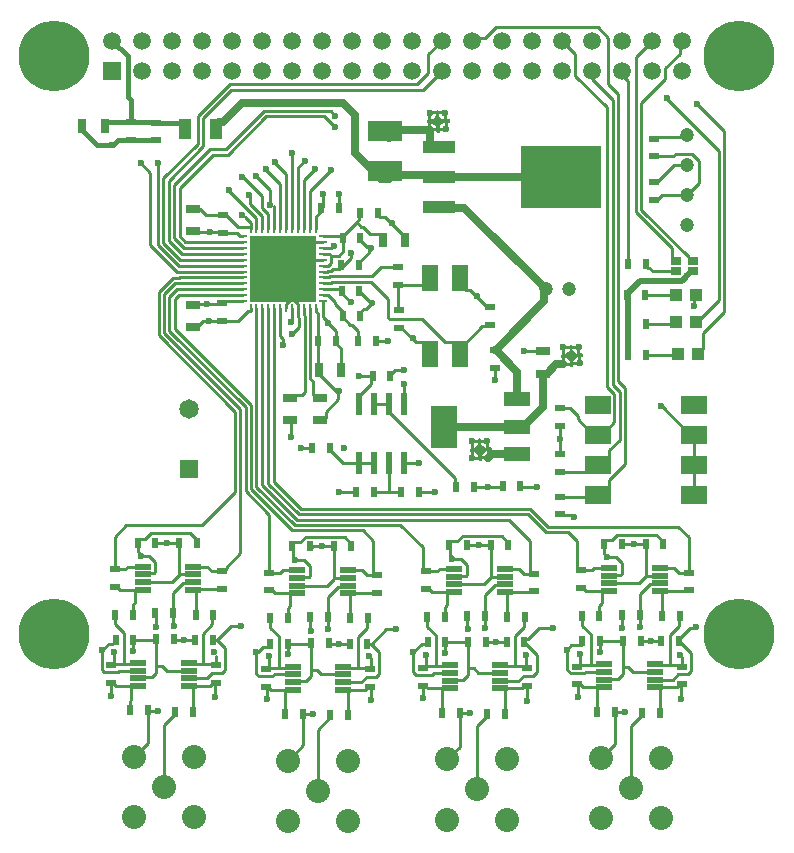
<source format=gtl>
G04*
G04 #@! TF.GenerationSoftware,Altium Limited,Altium Designer,19.1.8 (144)*
G04*
G04 Layer_Physical_Order=1*
G04 Layer_Color=255*
%FSLAX25Y25*%
%MOIN*%
G70*
G01*
G75*
%ADD14C,0.01000*%
%ADD19R,0.01968X0.03543*%
%ADD20R,0.03543X0.01968*%
%ADD21R,0.05118X0.02756*%
%ADD22R,0.26929X0.20669*%
%ADD23R,0.10984X0.04134*%
%ADD24R,0.08800X0.04800*%
%ADD25R,0.08661X0.14173*%
%ADD26R,0.02756X0.05118*%
%ADD27R,0.11811X0.07087*%
%ADD28R,0.04488X0.07008*%
%ADD29R,0.02244X0.07756*%
%ADD30R,0.05787X0.01890*%
%ADD31R,0.08661X0.05906*%
%ADD32R,0.03347X0.02559*%
%ADD33R,0.05512X0.08661*%
%ADD34R,0.04331X0.03937*%
%ADD35O,0.00984X0.02953*%
%ADD36O,0.02953X0.00984*%
%ADD37R,0.22047X0.22047*%
%ADD65C,0.02500*%
%ADD66C,0.01575*%
%ADD67C,0.02000*%
%ADD68C,0.08000*%
%ADD69R,0.05906X0.05906*%
%ADD70C,0.05906*%
%ADD71C,0.04724*%
%ADD72C,0.06496*%
%ADD73R,0.06496X0.06496*%
%ADD74C,0.23622*%
%ADD75C,0.02362*%
%ADD76C,0.01968*%
G36*
X195107Y223163D02*
X195424Y222737D01*
X195407Y222652D01*
X197531D01*
Y222152D01*
X198031D01*
Y220028D01*
X198382Y220097D01*
X198606Y220247D01*
X199106Y219980D01*
Y219034D01*
X198826Y218885D01*
X198606Y218814D01*
X198319Y218871D01*
Y216746D01*
X197819D01*
Y216246D01*
X195694D01*
X195751Y215959D01*
X195680Y215739D01*
X195531Y215459D01*
X194936D01*
X194555Y215959D01*
X194558Y215972D01*
X192434D01*
Y216472D01*
X191934D01*
Y218676D01*
X191626Y218929D01*
Y219691D01*
X191913Y219927D01*
Y222152D01*
X192413D01*
Y222652D01*
X194537D01*
X194520Y222737D01*
X194836Y223163D01*
X195107D01*
D02*
G37*
G36*
X225529Y254554D02*
X225845Y254129D01*
X225828Y254043D01*
X227953D01*
Y253543D01*
X228453D01*
Y251419D01*
X228804Y251489D01*
X229028Y251638D01*
X229528Y251371D01*
Y250426D01*
X229248Y250276D01*
X229028Y250205D01*
X228740Y250262D01*
Y248138D01*
X228240D01*
Y247638D01*
X226116D01*
X226173Y247350D01*
X226102Y247130D01*
X225952Y246850D01*
X225357D01*
X224977Y247350D01*
X224980Y247363D01*
X222855D01*
Y247863D01*
X222355D01*
Y250067D01*
X222047Y250320D01*
Y251082D01*
X222335Y251318D01*
Y253543D01*
X222835D01*
Y254043D01*
X224959D01*
X224942Y254129D01*
X225258Y254554D01*
X225529D01*
D02*
G37*
G36*
X181020Y332675D02*
X181336Y332250D01*
X181319Y332164D01*
X183444D01*
Y331664D01*
X183944D01*
Y329540D01*
X184295Y329610D01*
X184519Y329759D01*
X185019Y329492D01*
Y328547D01*
X184739Y328397D01*
X184519Y328326D01*
X184231Y328383D01*
Y326259D01*
X183731D01*
Y325759D01*
X181607D01*
X181664Y325471D01*
X181593Y325251D01*
X181444Y324972D01*
X180849D01*
X180468Y325471D01*
X180471Y325484D01*
X178347D01*
Y325984D01*
X177847D01*
Y328189D01*
X177538Y328441D01*
Y329203D01*
X177826Y329439D01*
Y331664D01*
X178326D01*
Y332164D01*
X180450D01*
X180433Y332250D01*
X180749Y332675D01*
X181020D01*
D02*
G37*
%LPC*%
G36*
X197031Y221652D02*
X195407D01*
X195476Y221301D01*
X195959Y220579D01*
X196680Y220097D01*
X197031Y220028D01*
Y221652D01*
D02*
G37*
G36*
X194537D02*
X192913D01*
Y220028D01*
X193264Y220097D01*
X193985Y220579D01*
X194467Y221301D01*
X194537Y221652D01*
D02*
G37*
G36*
X197318Y218871D02*
X196967Y218801D01*
X196246Y218319D01*
X195764Y217597D01*
X195694Y217246D01*
X197318D01*
Y218871D01*
D02*
G37*
G36*
X192934Y218596D02*
Y216972D01*
X194558D01*
X194488Y217323D01*
X194006Y218044D01*
X193285Y218526D01*
X192934Y218596D01*
D02*
G37*
G36*
X227453Y253043D02*
X225828D01*
X225898Y252692D01*
X226380Y251971D01*
X227102Y251489D01*
X227453Y251419D01*
Y253043D01*
D02*
G37*
G36*
X224959D02*
X223335D01*
Y251419D01*
X223686Y251489D01*
X224407Y251971D01*
X224889Y252692D01*
X224959Y253043D01*
D02*
G37*
G36*
X227740Y250262D02*
X227389Y250192D01*
X226668Y249710D01*
X226186Y248989D01*
X226116Y248638D01*
X227740D01*
Y250262D01*
D02*
G37*
G36*
X223355Y249988D02*
Y248363D01*
X224980D01*
X224910Y248714D01*
X224428Y249436D01*
X223706Y249918D01*
X223355Y249988D01*
D02*
G37*
G36*
X182944Y331164D02*
X181319D01*
X181389Y330813D01*
X181871Y330092D01*
X182593Y329610D01*
X182944Y329540D01*
Y331164D01*
D02*
G37*
G36*
X180450D02*
X178826D01*
Y329540D01*
X179177Y329610D01*
X179898Y330092D01*
X180380Y330813D01*
X180450Y331164D01*
D02*
G37*
G36*
X183231Y328383D02*
X182880Y328313D01*
X182159Y327831D01*
X181677Y327110D01*
X181607Y326759D01*
X183231D01*
Y328383D01*
D02*
G37*
G36*
X178847Y328109D02*
Y326484D01*
X180471D01*
X180401Y326835D01*
X179919Y327557D01*
X179198Y328039D01*
X178847Y328109D01*
D02*
G37*
%LPD*%
D14*
X239961Y121171D02*
Y132066D01*
X235276Y116486D02*
X239961Y121171D01*
X188386Y120384D02*
Y131672D01*
X184095Y116093D02*
X188386Y120384D01*
X136024Y120777D02*
Y131279D01*
X130945Y115699D02*
X136024Y120777D01*
X79764Y116880D02*
X84449Y121565D01*
Y132460D01*
X245276Y106486D02*
Y127145D01*
X249016Y130885D01*
Y131672D01*
X194095Y106093D02*
Y127145D01*
X197441Y130491D01*
Y131279D01*
X140945Y105699D02*
Y125964D01*
X145079Y130097D01*
Y130885D01*
X89764Y106880D02*
Y127538D01*
X93504Y131279D01*
Y132066D01*
X84625Y132283D02*
X87795D01*
X84449Y132460D02*
X84625Y132283D01*
X148882Y271465D02*
X151842Y268504D01*
X151969D01*
X148397Y272843D02*
X148882Y272358D01*
Y272252D02*
Y272358D01*
X142681Y272843D02*
X148397D01*
X148882Y271465D02*
Y272252D01*
X145787Y275311D02*
X158618D01*
X145046Y277098D02*
X158921D01*
X162145Y280323D01*
X158618Y275311D02*
X164433Y269496D01*
X151968Y283408D02*
Y285039D01*
X149268Y280708D02*
X151968Y283408D01*
X149275Y285441D02*
Y289968D01*
X147897Y284063D02*
X149275Y285441D01*
X145469Y284063D02*
X147897D01*
X145954Y287213D02*
X146323D01*
X145371Y286630D02*
X145954Y287213D01*
X142689Y286630D02*
X145371D01*
X149267Y280709D02*
X149268Y280708D01*
X149078Y280520D02*
X149267Y280709D01*
X93432Y274811D02*
X116106D01*
X211131Y156403D02*
X214571Y159843D01*
X210344Y156403D02*
X211131D01*
X214571Y159843D02*
X219291D01*
X262205Y136417D02*
Y140932D01*
X262205Y140932D01*
X228346Y147531D02*
Y151181D01*
X210827Y135728D02*
Y140342D01*
X210630Y140538D02*
X210827Y140342D01*
X210630Y140538D02*
X210840Y140748D01*
X210335Y147159D02*
Y150787D01*
Y147159D02*
X210840Y146653D01*
X177076Y147442D02*
Y151090D01*
X176287Y146653D02*
X177076Y147442D01*
X175624Y154748D02*
X177559D01*
X172845Y151969D02*
X175624Y154748D01*
X177559D02*
Y155131D01*
X158563Y135827D02*
Y140046D01*
X158661Y140145D01*
X158871Y146260D02*
Y149904D01*
X158079Y150696D02*
X158871Y149904D01*
X124612Y146935D02*
Y150696D01*
Y146935D02*
X124803Y146744D01*
X124730Y153561D02*
Y154271D01*
X124713Y153543D02*
X124730Y153561D01*
X122600Y153543D02*
X124713D01*
X120911Y151854D02*
X122600Y153543D01*
X120542Y151854D02*
X120911D01*
X73032Y148122D02*
Y151772D01*
X72835Y147925D02*
X73032Y148122D01*
X106693Y137008D02*
Y141326D01*
X106693Y141326D01*
X158401Y286353D02*
X158661Y286614D01*
X158401Y285511D02*
Y286353D01*
X154590Y281701D02*
X158401Y285511D01*
X154590Y280913D02*
Y281701D01*
X158401Y286875D02*
X158661Y286614D01*
X157487Y286875D02*
X158401D01*
X155181Y289181D02*
X157487Y286875D01*
X155181Y289181D02*
Y289968D01*
Y271858D02*
Y272646D01*
X165157Y244355D02*
X166865Y246063D01*
X169685D01*
X158768Y243568D02*
X159252Y244052D01*
X158768Y241366D02*
Y243568D01*
X154705Y237303D02*
X158768Y241366D01*
X154705Y234547D02*
Y237303D01*
X266535Y270399D02*
X267200Y271063D01*
X266535Y267323D02*
Y270399D01*
X267397Y262008D02*
X274728Y269340D01*
X267200Y262008D02*
X267397D01*
X274728Y269340D02*
Y319080D01*
X197638Y206850D02*
X202165D01*
X193110D02*
X197638D01*
X165157Y244052D02*
Y244355D01*
X163754Y159449D02*
X166929D01*
X209859Y155918D02*
X210344Y156403D01*
X209859Y155131D02*
Y155918D01*
X266669Y159976D02*
X266929Y160236D01*
X265098Y159976D02*
X266669D01*
X261434Y156312D02*
X265098Y159976D01*
X261434Y155525D02*
Y156312D01*
X248335Y160326D02*
Y164310D01*
X196760Y159932D02*
Y163916D01*
X144398Y159539D02*
Y163522D01*
X159042Y154737D02*
X163754Y159449D01*
X107467Y155918D02*
X112179Y160630D01*
X115354D01*
X92823Y160720D02*
X92913Y160630D01*
X92823Y160720D02*
Y164703D01*
X92733Y164793D02*
X92823Y164703D01*
X191689Y272752D02*
X197504Y266937D01*
X221654Y197638D02*
X225222D01*
X148094Y299811D02*
Y304535D01*
X168763Y260047D02*
X173594Y255217D01*
X132346Y282685D02*
X142681D01*
X103803Y297646D02*
X110316D01*
X71260Y154724D02*
X72744D01*
X68967Y152432D02*
X71260Y154724D01*
X68967Y145923D02*
Y152432D01*
X73622Y155602D02*
Y155918D01*
X109962Y145923D02*
Y153424D01*
X107467Y155918D02*
X109962Y153424D01*
X105922Y155918D02*
X107467D01*
X72047Y137402D02*
Y141515D01*
X106903Y147441D02*
Y150578D01*
X120542Y144742D02*
Y151854D01*
Y144742D02*
X121296Y143988D01*
X225513Y154253D02*
X228650D01*
X229134Y154737D02*
Y155525D01*
X161536Y144742D02*
Y151849D01*
X158649Y154737D02*
X161536Y151849D01*
X157497Y154737D02*
X158649D01*
X124016Y136221D02*
Y140334D01*
X224016Y152756D02*
X225513Y154253D01*
X224016Y145993D02*
Y152756D01*
Y145993D02*
X225233Y144776D01*
X228650Y154253D02*
X229134Y154737D01*
X172835Y151969D02*
X172845D01*
X265474Y145530D02*
Y151485D01*
X261434Y155525D02*
X265474Y151485D01*
X227559Y137008D02*
Y141121D01*
X262414Y147047D02*
Y150184D01*
X213899Y145136D02*
Y151092D01*
X209859Y155131D02*
X213899Y151092D01*
X175964Y140748D02*
X175984Y140727D01*
Y136614D02*
Y140727D01*
X172835Y145206D02*
Y151969D01*
Y145206D02*
X173659Y144382D01*
X176287Y146653D02*
X176751D01*
X175964D02*
X176287D01*
X173659Y144382D02*
X179179D01*
X179675Y144878D01*
X184937D01*
X180315Y147110D02*
Y157503D01*
X177208Y147110D02*
X180315D01*
X85114Y287680D02*
Y311736D01*
X82020Y314830D02*
X85114Y311736D01*
X87753Y287569D02*
Y314918D01*
X87795Y314961D01*
X85114Y287680D02*
X94046Y278748D01*
X110283Y319504D02*
X123063Y332283D01*
X111024Y317717D02*
X123803Y330496D01*
X100969Y321213D02*
Y330662D01*
X102756Y320472D02*
Y329921D01*
X91328Y309044D02*
X102756Y320472D01*
X105165Y319504D02*
X110283D01*
X93115Y307454D02*
X105165Y319504D01*
X105905Y317717D02*
X111024D01*
X94902Y306713D02*
X105905Y317717D01*
X89540Y309785D02*
X100969Y321213D01*
X102756Y329921D02*
X112205Y339370D01*
X111563Y341256D02*
X174175D01*
X100969Y330662D02*
X111563Y341256D01*
X112205Y339370D02*
X175992D01*
X89540Y288310D02*
Y309785D01*
X91328Y289050D02*
Y309044D01*
X93115Y289790D02*
Y307454D01*
X94902Y290531D02*
Y306713D01*
X111417Y305563D02*
Y305906D01*
Y305563D02*
X120535Y296445D01*
X123063Y332283D02*
X145276D01*
X123803Y330496D02*
X143126D01*
X146850Y326772D01*
X174175Y341256D02*
X177784Y344864D01*
X175992Y339370D02*
X182331Y345709D01*
X174649Y205118D02*
X179921D01*
X174606Y205160D02*
X174649Y205118D01*
X131890Y223622D02*
Y229008D01*
X131756Y229142D02*
X131890Y229008D01*
X153698Y205118D02*
X153740Y205160D01*
X148031Y205118D02*
X153698D01*
X73228Y179557D02*
Y190157D01*
X77165Y194095D01*
X102362D01*
X113385Y205118D01*
Y232031D01*
X87945Y257471D02*
X113385Y232031D01*
X87945Y257471D02*
Y271851D01*
X92692Y276598D01*
X94748D01*
X94937Y276787D01*
X91520Y270371D02*
X93999Y272850D01*
X116098D01*
X89732Y271111D02*
X93432Y274811D01*
X89732Y258212D02*
Y271111D01*
Y258212D02*
X115173Y232771D01*
Y184888D02*
Y232771D01*
X110344Y180058D02*
X115173Y184888D01*
X110344Y179271D02*
Y180058D01*
X109859Y178787D02*
X110344Y179271D01*
X109072Y178787D02*
X109859D01*
X124803Y178376D02*
Y197597D01*
X116960Y205440D02*
X124803Y197597D01*
X116960Y205440D02*
Y233512D01*
X91520Y258952D02*
X116960Y233512D01*
X91520Y258952D02*
Y270371D01*
X93307Y259693D02*
X118748Y234252D01*
X93307Y259693D02*
Y269630D01*
X94551Y270874D01*
X116106D01*
X157306Y177605D02*
X159859D01*
X118748Y206181D02*
Y234252D01*
Y206181D02*
X132472Y192457D01*
X155905D01*
X159375Y188987D01*
Y178090D02*
Y188987D01*
Y178090D02*
X159859Y177605D01*
X160647D01*
X120535Y206921D02*
X133212Y194244D01*
X168504D02*
X175894Y186854D01*
X133212Y194244D02*
X168504D01*
X122504Y207480D02*
X133952Y196031D01*
X204724D02*
X211737Y189019D01*
X133952Y196031D02*
X204724D01*
X124472Y208039D02*
X134693Y197819D01*
X211024D02*
X216929Y191913D01*
X134693Y197819D02*
X211024D01*
X211811Y199606D02*
X217717Y193701D01*
X135433Y199606D02*
X211811D01*
X126441Y208599D02*
X135433Y199606D01*
X175894Y179254D02*
Y186854D01*
Y179254D02*
X176378Y178770D01*
X177165D01*
X209668Y177999D02*
X212222D01*
X211737Y178483D02*
Y189019D01*
Y178483D02*
X212222Y177999D01*
X213009D01*
X216929Y191913D02*
X224410D01*
X217717Y193701D02*
X261024D01*
X264584Y190141D01*
X164961Y205160D02*
X168701D01*
X159646D02*
X164961D01*
X164705Y205416D02*
X164961Y205160D01*
X164705Y205416D02*
Y215059D01*
X169803Y214961D02*
X174803D01*
X169705Y215059D02*
X169803Y214961D01*
X159705Y234547D02*
X164705D01*
X154705Y215059D02*
X159705D01*
X169685Y241339D02*
X169695Y241329D01*
Y234557D02*
Y241329D01*
Y234557D02*
X169705Y234547D01*
X224410Y191913D02*
X227468Y188854D01*
Y179648D02*
Y188854D01*
Y179648D02*
X227953Y179163D01*
X228740D01*
X264584Y178393D02*
Y190141D01*
X240822Y191081D02*
X253848D01*
X256119Y188809D01*
X239035Y189293D02*
X240822Y191081D01*
X231890Y147504D02*
Y157897D01*
X229053Y160734D02*
X231890Y157897D01*
X235039Y151969D02*
X235039Y151969D01*
X237402Y183465D02*
X240280D01*
X242288Y181456D01*
Y178115D02*
Y181456D01*
X241919Y177746D02*
X242288Y178115D01*
X238434Y177746D02*
X241919D01*
X237402Y183465D02*
Y183833D01*
X149311Y215059D02*
X154705D01*
X145079Y219291D02*
X149311Y215059D01*
X145079Y219291D02*
Y220079D01*
X135433D02*
X139173D01*
X201866Y147437D02*
X202193Y147110D01*
X176751Y140748D02*
X177739Y139760D01*
X175964Y140748D02*
X176751D01*
X182480Y131672D02*
Y134944D01*
X182988Y139760D02*
X184937D01*
X182543Y139315D02*
X182988Y139760D01*
X182543Y135007D02*
Y139315D01*
X182480Y134944D02*
X182543Y135007D01*
X177739Y139760D02*
X182988D01*
X184937Y142319D02*
X185264Y142646D01*
X194492Y144878D02*
X201866D01*
X191142Y146457D02*
Y155307D01*
X209575Y144060D02*
X212823D01*
X213899Y145136D01*
X200394Y155118D02*
X203941D01*
X203954Y155131D01*
X197236Y155118D02*
X200394D01*
X197047Y155307D02*
X197236Y155118D01*
X183465Y155131D02*
X190966D01*
X191142Y155307D01*
X177953Y172864D02*
X178910Y171907D01*
X177165Y172864D02*
X177953D01*
X177165Y178770D02*
X180802D01*
X181617Y179585D01*
X186532D01*
X203462Y171907D02*
X203555Y172001D01*
X212916D01*
X213009Y172094D01*
X201866Y139760D02*
X202902D01*
X210052Y140748D02*
X210840D01*
X209064Y139760D02*
X210052Y140748D01*
X207834Y142319D02*
X209575Y144060D01*
X201866Y142319D02*
X207834D01*
X202902Y139760D02*
X203346Y139315D01*
X202902Y139760D02*
X209064D01*
X203346Y131279D02*
Y139315D01*
X204151Y163612D02*
Y171463D01*
X203706Y171907D02*
X204151Y171463D01*
X203462Y171907D02*
X203706D01*
X183284Y163612D02*
Y166884D01*
X184584Y171907D02*
X186532D01*
X184139Y171463D02*
X184584Y171907D01*
X184139Y167738D02*
Y171463D01*
X183284Y166884D02*
X184139Y167738D01*
X178910Y171907D02*
X184584D01*
X191142Y146457D02*
X192913D01*
X194492Y144878D01*
X185264Y142646D02*
X189496D01*
X191142Y144291D01*
Y146457D01*
X190765Y187628D02*
X198639D01*
Y176801D02*
Y187628D01*
X186532Y174467D02*
X196304D01*
X198639Y176801D01*
X198863Y177026D02*
X203462D01*
X198639Y176801D02*
X198863Y177026D01*
X208082Y179585D02*
X209668Y177999D01*
X203462Y179585D02*
X208082D01*
X203135Y174140D02*
X203462Y174467D01*
X200035Y174140D02*
X203135D01*
X196670Y170775D02*
X200035Y174140D01*
X196670Y164006D02*
Y170775D01*
X209744Y163300D02*
X210056Y163612D01*
X209744Y160341D02*
Y163300D01*
X206693Y157290D02*
X209744Y160341D01*
X206693Y147244D02*
Y157290D01*
X210052Y146653D02*
X210840D01*
X209568Y147138D02*
X209595Y147110D01*
X210052Y146653D01*
X202193Y147110D02*
X209595D01*
X177379Y163612D02*
X177478Y163513D01*
Y160341D02*
Y163513D01*
X176751Y146653D02*
X177208Y147110D01*
X177478Y160341D02*
X180315Y157503D01*
X184610Y147110D02*
X184937Y147437D01*
X180709Y147110D02*
X184610D01*
X183465Y155131D02*
X183465Y155131D01*
X183465Y151575D02*
Y155131D01*
X183465Y151575D02*
X183465Y151575D01*
X188562Y131496D02*
X191732D01*
X188386Y131672D02*
X188562Y131496D01*
X190765Y164006D02*
X190855Y163916D01*
Y159539D02*
Y163916D01*
Y159539D02*
X190945Y159449D01*
X190765Y187628D02*
X191249Y187144D01*
X185827Y183071D02*
X188706D01*
X190714Y181063D01*
Y177722D02*
Y181063D01*
X190345Y177352D02*
X190714Y177722D01*
X186532Y177026D02*
X186859Y177352D01*
X190345D01*
X184859Y187628D02*
X184910Y187577D01*
Y184356D02*
Y187577D01*
Y184356D02*
X185827Y183440D01*
Y183071D02*
Y183440D01*
X184859Y187628D02*
Y188415D01*
X185344Y188900D01*
X187460D01*
X189247Y190687D01*
X202273D01*
X204544Y188415D01*
Y187628D02*
Y188415D01*
X149504Y147043D02*
X149831Y146716D01*
X124389Y140354D02*
X125377Y139366D01*
X123601Y140354D02*
X124389D01*
X130118Y131279D02*
Y134550D01*
X130626Y139366D02*
X132575D01*
X130181Y138921D02*
X130626Y139366D01*
X130181Y134613D02*
Y138921D01*
X130118Y134550D02*
X130181Y134613D01*
X125377Y139366D02*
X130626D01*
X132575Y141925D02*
X132902Y142252D01*
X142130Y144484D02*
X149504D01*
X138779Y146063D02*
Y154913D01*
X157213Y143666D02*
X160460D01*
X161536Y144742D01*
X148031Y154724D02*
X151579D01*
X151592Y154737D01*
X144874Y154724D02*
X148031D01*
X144685Y154913D02*
X144874Y154724D01*
X131102Y154737D02*
X138603D01*
X138779Y154913D01*
X125591Y172470D02*
X126547Y171514D01*
X124803Y172470D02*
X125591D01*
X124803Y178376D02*
X128439D01*
X129254Y179191D01*
X134170D01*
X151099Y171514D02*
X151192Y171607D01*
X160554D01*
X160647Y171700D01*
X149504Y139366D02*
X150539D01*
X157690Y140354D02*
X158477D01*
X156702Y139366D02*
X157690Y140354D01*
X155472Y141925D02*
X157213Y143666D01*
X149504Y141925D02*
X155472D01*
X150539Y139366D02*
X150984Y138921D01*
X150539Y139366D02*
X156702D01*
X150984Y130885D02*
Y138921D01*
X151788Y163219D02*
Y171069D01*
X151344Y171514D02*
X151788Y171069D01*
X151099Y171514D02*
X151344D01*
X130922Y163219D02*
Y166490D01*
X132221Y171514D02*
X134170D01*
X131777Y171069D02*
X132221Y171514D01*
X131777Y167344D02*
Y171069D01*
X130922Y166490D02*
X131777Y167344D01*
X126547Y171514D02*
X132221D01*
X138779Y146063D02*
X140551D01*
X142130Y144484D01*
X132902Y142252D02*
X137134D01*
X138779Y143898D01*
Y146063D01*
X138403Y187234D02*
X146277D01*
Y176408D02*
Y187234D01*
X134170Y174073D02*
X143942D01*
X146277Y176408D01*
X146501Y176632D02*
X151099D01*
X146277Y176408D02*
X146501Y176632D01*
X155720Y179191D02*
X157306Y177605D01*
X151099Y179191D02*
X155720D01*
X150773Y173746D02*
X151099Y174073D01*
X147672Y173746D02*
X150773D01*
X144308Y170382D02*
X147672Y173746D01*
X144308Y163612D02*
Y170382D01*
X157381Y162906D02*
X157694Y163219D01*
X157381Y159947D02*
Y162906D01*
X154331Y156896D02*
X157381Y159947D01*
X154331Y146850D02*
Y156896D01*
X157690Y146260D02*
X158477D01*
X157206Y146744D02*
X157233Y146716D01*
X157690Y146260D01*
X149831Y146716D02*
X157233D01*
X124730Y154271D02*
X125197Y154737D01*
X126402Y144484D02*
X132575D01*
X125906Y143988D02*
X126402Y144484D01*
X121296Y143988D02*
X125906D01*
X125017Y163219D02*
X125116Y163120D01*
Y159947D02*
Y163120D01*
X123601Y146260D02*
X124389D01*
X124845Y146716D01*
X124873Y146744D01*
X124845Y146716D02*
X127953D01*
Y157110D01*
X125116Y159947D02*
X127953Y157110D01*
X132248Y146716D02*
X132575Y147043D01*
X128346Y146716D02*
X132248D01*
X131102Y154737D02*
X131102Y154737D01*
X131102Y151181D02*
Y154737D01*
X131102Y151181D02*
X131102Y151181D01*
X136200Y131102D02*
X139370D01*
X136024Y131279D02*
X136200Y131102D01*
X138403Y163612D02*
X138493Y163522D01*
Y159145D02*
Y163522D01*
Y159145D02*
X138583Y159055D01*
X138403Y187234D02*
X138887Y186750D01*
X133465Y182677D02*
X136343D01*
X138351Y180669D01*
Y177328D02*
Y180669D01*
X137982Y176959D02*
X138351Y177328D01*
X134170Y176632D02*
X134497Y176959D01*
X137982D01*
X132497Y187234D02*
X132548Y187184D01*
Y183963D02*
Y187184D01*
Y183963D02*
X133465Y183046D01*
Y182677D02*
Y183046D01*
X132497Y187234D02*
Y188022D01*
X132981Y188506D01*
X135098D01*
X136885Y190293D01*
X149910D01*
X152182Y188022D01*
Y187234D02*
Y188022D01*
X97929Y148224D02*
X98256Y147898D01*
X72814Y141535D02*
X73802Y140547D01*
X72026Y141535D02*
X72814D01*
X78543Y132460D02*
Y135731D01*
X79051Y140547D02*
X81000D01*
X78606Y140102D02*
X79051Y140547D01*
X78606Y135794D02*
Y140102D01*
X78543Y135731D02*
X78606Y135794D01*
X73802Y140547D02*
X79051D01*
X81000Y143106D02*
X81327Y143433D01*
X90555Y145665D02*
X97929D01*
X87205Y147244D02*
Y156095D01*
X105638Y144847D02*
X108886D01*
X109962Y145923D01*
X96457Y155905D02*
X100004D01*
X100017Y155918D01*
X93299Y155905D02*
X96457D01*
X93110Y156095D02*
X93299Y155905D01*
X79528Y155918D02*
X87029D01*
X87205Y156095D01*
X74016Y173652D02*
X74972Y172695D01*
X73228Y173652D02*
X74016D01*
X73228Y179557D02*
X76865D01*
X77680Y180372D01*
X82595D01*
X99525Y172695D02*
X99618Y172788D01*
X108979D01*
X109072Y172881D01*
X97929Y140547D02*
X98965D01*
X106115Y141535D02*
X106903D01*
X105127Y140547D02*
X106115Y141535D01*
X103897Y143106D02*
X105638Y144847D01*
X97929Y143106D02*
X103897D01*
X98965Y140547D02*
X99410Y140102D01*
X98965Y140547D02*
X105127D01*
X99410Y132066D02*
Y140102D01*
X100214Y164400D02*
Y172250D01*
X99769Y172695D02*
X100214Y172250D01*
X99525Y172695D02*
X99769D01*
X79347Y164400D02*
Y167671D01*
X80647Y172695D02*
X82595D01*
X80202Y172250D02*
X80647Y172695D01*
X80202Y168526D02*
Y172250D01*
X79347Y167671D02*
X80202Y168526D01*
X74972Y172695D02*
X80647D01*
X87205Y147244D02*
X88976D01*
X90555Y145665D01*
X81327Y143433D02*
X85559D01*
X87205Y145079D01*
Y147244D01*
X86828Y188415D02*
X94702D01*
Y177589D02*
Y188415D01*
X82595Y175254D02*
X92367D01*
X94702Y177589D01*
X94926Y177813D02*
X99525D01*
X94702Y177589D02*
X94926Y177813D01*
X105731Y178787D02*
X109072D01*
X104145Y180372D02*
X105731Y178787D01*
X99525Y180372D02*
X104145D01*
X99198Y174927D02*
X99525Y175254D01*
X96098Y174927D02*
X99198D01*
X92733Y171563D02*
X96098Y174927D01*
X92733Y164793D02*
Y171563D01*
X105807Y164087D02*
X106119Y164400D01*
X105807Y161128D02*
Y164087D01*
X102756Y158077D02*
X105807Y161128D01*
X102756Y148031D02*
Y158077D01*
X106115Y147441D02*
X106903D01*
X105631Y147925D02*
X105658Y147898D01*
X106115Y147441D01*
X98256Y147898D02*
X105658D01*
X74827Y145665D02*
X81000D01*
X74331Y145169D02*
X74827Y145665D01*
X69722Y145169D02*
X74331D01*
X68967Y145923D02*
X69722Y145169D01*
X73442Y164400D02*
X73541Y164301D01*
Y161128D02*
Y164301D01*
X72026Y147441D02*
X72814D01*
X73271Y147898D01*
X73298Y147925D01*
X73271Y147898D02*
X76378D01*
Y158291D01*
X73541Y161128D02*
X76378Y158291D01*
X80673Y147898D02*
X81000Y148224D01*
X76772Y147898D02*
X80673D01*
X79527Y155918D02*
X79528Y155918D01*
X79527Y152362D02*
Y155918D01*
X79527Y152362D02*
X79527Y152362D01*
X86828Y164793D02*
X86918Y164703D01*
Y160326D02*
Y164703D01*
Y160326D02*
X87008Y160236D01*
X86828Y188415D02*
X87312Y187931D01*
X81890Y183858D02*
X84768D01*
X86777Y181850D01*
Y178509D02*
Y181850D01*
X86408Y178140D02*
X86777Y178509D01*
X82595Y177813D02*
X82922Y178140D01*
X86408D01*
X80922Y188415D02*
X80973Y188365D01*
Y185144D02*
Y188365D01*
Y185144D02*
X81890Y184227D01*
Y183858D02*
Y184227D01*
X80922Y188415D02*
Y189203D01*
X81406Y189687D01*
X83523D01*
X85310Y191474D01*
X98336D01*
X100607Y189203D01*
Y188415D02*
Y189203D01*
X256119Y188022D02*
Y188809D01*
X236918Y189293D02*
X239035D01*
X236434Y188809D02*
X236918Y189293D01*
X236434Y188022D02*
Y188809D01*
X236485Y184750D02*
X237402Y183833D01*
X236485Y184750D02*
Y187971D01*
X236434Y188022D02*
X236485Y187971D01*
X238107Y177419D02*
X238434Y177746D01*
X242340Y188022D02*
X242824Y187537D01*
X242430Y159933D02*
X242520Y159843D01*
X242430Y159933D02*
Y164310D01*
X242340Y164400D02*
X242430Y164310D01*
X239961Y132066D02*
X240137Y131890D01*
X243307D01*
X235039Y151969D02*
Y155525D01*
X235039Y155525D01*
X232283Y147504D02*
X236185D01*
X236512Y147831D01*
X228783Y147504D02*
X231890D01*
X228783D02*
X228810Y147531D01*
X228326Y147047D02*
X228783Y147504D01*
X227538Y147047D02*
X228326D01*
X229053Y160734D02*
Y163907D01*
X228954Y164006D02*
X229053Y163907D01*
X225233Y144776D02*
X229843D01*
X230339Y145272D01*
X236512D01*
X253768Y147504D02*
X261170D01*
X261627Y147047D01*
X261143Y147531D02*
X261170Y147504D01*
X261627Y147047D02*
X262414D01*
X258268Y147638D02*
Y157684D01*
X261318Y160734D01*
Y163693D01*
X261631Y164006D01*
X248245Y164400D02*
Y171169D01*
X251609Y174533D01*
X254710D01*
X255036Y174860D01*
Y179978D02*
X259657D01*
X261243Y178393D01*
X264584D01*
X250214Y177195D02*
X250438Y177419D01*
X255036D01*
X247879Y174860D02*
X250214Y177195D01*
X238107Y174860D02*
X247879D01*
X250214Y177195D02*
Y188022D01*
X242340D02*
X250214D01*
X109331Y291937D02*
X109528Y291740D01*
X105091Y291937D02*
X109331D01*
X242717Y144685D02*
Y146850D01*
X241071Y143039D02*
X242717Y144685D01*
X236839Y143039D02*
X241071D01*
X244488Y146850D02*
X246067Y145272D01*
X242717Y146850D02*
X244488D01*
X230484Y172301D02*
X236158D01*
X234859Y167278D02*
X235714Y168132D01*
Y171856D01*
X236158Y172301D01*
X238107D01*
X234859Y164006D02*
Y167278D01*
X255036Y172301D02*
X255280D01*
X255725Y171856D01*
Y164006D02*
Y171856D01*
X254921Y131672D02*
Y139709D01*
X254476Y140154D02*
X260639D01*
X254476D02*
X254921Y139709D01*
X253441Y142713D02*
X259409D01*
X261150Y144454D01*
X260639Y140154D02*
X261627Y141142D01*
X262414D01*
X253441Y140154D02*
X254476D01*
X264491Y172394D02*
X264584Y172487D01*
X255130Y172394D02*
X264491D01*
X255036Y172301D02*
X255130Y172394D01*
X233191Y179978D02*
X238107D01*
X232377Y179163D02*
X233191Y179978D01*
X228740Y179163D02*
X232377D01*
X228740Y173258D02*
X229528D01*
X230484Y172301D01*
X242540Y155525D02*
X242717Y155701D01*
X235039Y155525D02*
X242540D01*
X248622Y155701D02*
X248811Y155512D01*
X251969D01*
X255516D02*
X255529Y155525D01*
X251969Y155512D02*
X255516D01*
X264397Y144454D02*
X265474Y145530D01*
X261150Y144454D02*
X264397D01*
X242717Y146850D02*
Y155701D01*
X246067Y145272D02*
X253441D01*
X236512Y142713D02*
X236839Y143039D01*
X229314Y140154D02*
X234563D01*
X234055Y135338D02*
X234118Y135401D01*
Y139709D01*
X234563Y140154D01*
X236512D01*
X234055Y132066D02*
Y135338D01*
X227538Y141142D02*
X228326D01*
X229314Y140154D01*
X253441Y147831D02*
X253768Y147504D01*
X237789Y341344D02*
Y356699D01*
Y341344D02*
X241158Y337976D01*
X232331Y342866D02*
X239370Y335827D01*
X186721Y207334D02*
X187205Y206850D01*
X186721Y207334D02*
Y209776D01*
X164705Y231791D02*
X186721Y209776D01*
X164705Y231791D02*
Y234547D01*
X208465Y207243D02*
X208621Y207087D01*
X214173D01*
X202165Y206850D02*
X202559Y207243D01*
X154724Y244052D02*
X159252D01*
X209842Y252362D02*
X209941Y252264D01*
X216043D01*
X216142Y252165D01*
X200000Y242520D02*
Y246654D01*
X237402Y240364D02*
Y333465D01*
X239370Y240923D02*
Y335827D01*
X241158Y242173D02*
Y337976D01*
Y242173D02*
X243445Y239886D01*
X239370Y240923D02*
X241657Y238636D01*
X237402Y240364D02*
X239870Y237895D01*
X226878Y343988D02*
X237402Y333465D01*
X243445Y214498D02*
Y239886D01*
X238083Y209136D02*
X243445Y214498D01*
X238083Y206862D02*
Y209136D01*
X235630Y204409D02*
X238083Y206862D01*
X234252Y204409D02*
X235630D01*
X241657Y222711D02*
Y238636D01*
X238083Y219136D02*
X241657Y222711D01*
X238083Y216862D02*
Y219136D01*
X235630Y214409D02*
X238083Y216862D01*
X234252Y214409D02*
X235630D01*
X239870Y228650D02*
Y237895D01*
X235630Y224410D02*
X239870Y228650D01*
X234252Y224410D02*
X235630D01*
X233386Y203543D02*
X234252Y204409D01*
X221654Y203543D02*
X233386D01*
X231850Y212008D02*
X234252Y214409D01*
X221654Y212008D02*
X231850D01*
X224925Y233268D02*
X227673Y230520D01*
Y229610D02*
Y230520D01*
Y229610D02*
X232874Y224410D01*
X234252D01*
X221654Y233268D02*
X224925D01*
X221654Y222835D02*
Y227362D01*
Y217913D02*
Y222835D01*
X226009Y196850D02*
X226378D01*
X225222Y197638D02*
X226009Y196850D01*
X266535Y204409D02*
Y214409D01*
Y224410D01*
X255512Y233858D02*
X255709D01*
X265158Y224410D01*
X266535D01*
X248819Y299410D02*
X264772Y283457D01*
X265551Y282283D02*
X265945D01*
X132423Y293097D02*
Y318364D01*
X123622Y312598D02*
X128409Y307811D01*
Y293020D02*
Y307811D01*
X126433Y293028D02*
Y300394D01*
X126441Y300402D01*
X126244Y300598D02*
X126441Y300402D01*
X126433Y293028D02*
X126441Y293020D01*
X126772Y314961D02*
Y315354D01*
X125197Y300984D02*
Y305906D01*
X122441Y299949D02*
X124472Y297917D01*
X122441Y299949D02*
Y303792D01*
X122504Y293020D02*
Y297181D01*
X118371Y301314D02*
X122504Y297181D01*
X120535Y293020D02*
Y296445D01*
X126772Y314961D02*
X130378Y311355D01*
Y293020D02*
Y311355D01*
X124472Y293020D02*
Y297917D01*
X138252Y305574D02*
X145276Y312598D01*
X138252Y293020D02*
Y305574D01*
X136283Y309118D02*
X140157Y312992D01*
X136283Y293020D02*
Y309118D01*
X134315Y313449D02*
X136614Y315748D01*
X115996Y310236D02*
X122441Y303792D01*
X115748Y310236D02*
X115996D01*
X123622Y312598D02*
Y312992D01*
X134315Y293020D02*
Y313449D01*
X132346Y293020D02*
X132423Y293097D01*
X120472Y310630D02*
X125197Y305906D01*
X149275Y290559D02*
Y290756D01*
X148935Y290415D02*
X149275Y290075D01*
X118371Y301314D02*
Y304070D01*
X118110Y304331D02*
X118371Y304070D01*
X114434Y293528D02*
X118559D01*
X110316Y297646D02*
X114434Y293528D01*
X113956Y291740D02*
X115138Y290559D01*
X109528Y291740D02*
X113956D01*
X145276Y332283D02*
X146850Y330709D01*
X116795Y296791D02*
X118559Y295027D01*
Y293528D02*
Y295027D01*
X118567Y293020D02*
X118575Y293012D01*
X116795Y296791D02*
Y297055D01*
X115138Y290559D02*
X116106D01*
X177784Y344864D02*
Y351162D01*
X182331Y355709D01*
X94046Y278748D02*
X116106D01*
X87753Y287569D02*
X94605Y280716D01*
X116106D01*
X89540Y288310D02*
X95165Y282685D01*
X116106D01*
X91328Y289050D02*
X95724Y284653D01*
X116106D01*
X93115Y289790D02*
X96283Y286622D01*
X116106D01*
X94902Y290531D02*
X96842Y288591D01*
X116106D01*
X145938Y279642D02*
X148201D01*
X145233Y278937D02*
X145938Y279642D01*
X144357Y278937D02*
X145233D01*
X144176Y278756D02*
X144357Y278937D01*
X142689Y278756D02*
X144176D01*
X143657Y232087D02*
X147677Y236106D01*
X138252Y288591D02*
X142681D01*
X142582Y300205D02*
Y304535D01*
X193081Y356459D02*
X196783D01*
X200486Y360161D01*
X234327D01*
X222331Y355709D02*
X226878Y351162D01*
Y343988D02*
Y351162D01*
X232331Y342866D02*
Y345709D01*
X234327Y360161D02*
X237789Y356699D01*
X250271Y250984D02*
X260507D01*
X148685Y280126D02*
Y280913D01*
X192331Y355709D02*
X193081Y356459D01*
X267323Y334646D02*
X276516Y325453D01*
Y265369D02*
Y325453D01*
X269259Y258112D02*
X276516Y265369D01*
X269259Y252847D02*
Y258112D01*
X267790Y251378D02*
X269259Y252847D01*
X267594Y251378D02*
X267790D01*
X257480Y336328D02*
Y336614D01*
Y336328D02*
X274728Y319080D01*
X256784Y343004D02*
Y346459D01*
X261581Y351256D01*
Y354959D01*
X248819Y335039D02*
X256784Y343004D01*
X247031Y298669D02*
Y350409D01*
X242331Y344381D02*
X244365Y342347D01*
Y281299D02*
Y342347D01*
X248819Y299410D02*
Y335039D01*
X247031Y298669D02*
X259063Y286638D01*
X247031Y350409D02*
X252331Y355709D01*
X259063Y283063D02*
Y286638D01*
Y283063D02*
X259842Y282283D01*
X260236D01*
X261581Y354959D02*
X262331Y355709D01*
X264772Y283063D02*
Y283457D01*
Y283063D02*
X265551Y282283D01*
X242331Y344381D02*
Y345709D01*
X253150Y302559D02*
X253937D01*
X255551Y304173D01*
X264173D01*
X268110Y308110D01*
Y315698D01*
X265773Y318035D02*
X268110Y315698D01*
X260310Y318035D02*
X265773D01*
X259400Y317126D02*
X260310Y318035D01*
X253150Y317126D02*
X259400D01*
X263516Y323516D02*
X264173Y324173D01*
X253634Y323516D02*
X263516D01*
X253150Y323031D02*
X253634Y323516D01*
X259646Y314173D02*
X264173D01*
X253937Y308465D02*
X259646Y314173D01*
X253150Y308465D02*
X253937D01*
X251542Y280028D02*
X252633Y278937D01*
X250755Y280028D02*
X251542D01*
X250271Y280512D02*
X250755Y280028D01*
X250271Y280512D02*
Y281299D01*
X252633Y278937D02*
X260236D01*
X260507Y271063D02*
X260507Y271063D01*
X250074Y271063D02*
X260507D01*
X259719Y261221D02*
X260507Y262008D01*
X250271Y261221D02*
X259719D01*
X260507Y250984D02*
X260901Y251378D01*
X188212Y275008D02*
Y276583D01*
Y275008D02*
X190468Y272752D01*
X191689D01*
X197504Y266937D02*
X198291D01*
X197807Y260547D02*
X198291Y261032D01*
X195799Y260547D02*
X197807D01*
X188212Y252961D02*
X195799Y260547D01*
X188212Y251386D02*
Y252961D01*
X167976Y260047D02*
X168763D01*
X173594Y255217D02*
X175956D01*
X178212Y252961D01*
Y251386D02*
Y252961D01*
X164433Y263389D02*
Y269496D01*
Y263389D02*
X165018Y262803D01*
X175702D01*
X155181Y271858D02*
X158724Y268315D01*
X157025Y266419D02*
X158921Y268315D01*
X158724D02*
X158921D01*
X155181Y263197D02*
Y263984D01*
X156435Y266419D02*
X157025D01*
X175702Y262803D02*
X183289Y255217D01*
X185956D01*
X188212Y252961D01*
X160299Y255716D02*
X164433D01*
X167582Y266347D02*
Y274417D01*
Y266347D02*
X167976Y265953D01*
X167582Y274417D02*
X176047D01*
X178212Y276583D01*
X162145Y280323D02*
X167582D01*
X161086Y297449D02*
Y298236D01*
Y297449D02*
X161571Y296965D01*
X163539D01*
X170141Y290362D01*
Y289181D02*
Y290362D01*
X153901Y295382D02*
X154697Y296177D01*
X149275Y290756D02*
X153901Y295382D01*
X155529Y293754D01*
X155972D01*
X158486Y291240D01*
X161783D01*
X162661Y290362D01*
Y289181D02*
Y290362D01*
X149275Y290075D02*
Y290559D01*
Y289968D02*
Y290075D01*
X154697Y297752D02*
X155181Y298236D01*
X154697Y296177D02*
Y297752D01*
X144886Y284646D02*
X145469Y284063D01*
X142689Y284646D02*
X144886D01*
X142681Y284653D02*
X142689Y284646D01*
X145469Y281701D02*
Y284063D01*
X144493Y280724D02*
X145469Y281701D01*
X142689Y280724D02*
X144493D01*
X142681Y290559D02*
X148791D01*
X148935Y290415D01*
X142681Y286622D02*
X142689Y286630D01*
X142681Y280716D02*
X142689Y280724D01*
X142681Y278748D02*
X142689Y278756D01*
X148201Y279642D02*
X148685Y280126D01*
X142689Y276772D02*
X144720D01*
X145046Y277098D01*
X142681Y276780D02*
X142689Y276772D01*
X145263Y274787D02*
X145787Y275311D01*
X143767Y274803D02*
X143782Y274787D01*
X142689Y274803D02*
X143767D01*
X142681Y274811D02*
X142689Y274803D01*
X143782Y274787D02*
X145263D01*
X99669Y267921D02*
X104197D01*
X132346Y282685D02*
X133724Y284063D01*
X129393Y279732D02*
X132346Y282685D01*
X155181Y265165D02*
X156435Y266419D01*
X155181Y264378D02*
Y265165D01*
X142689Y270866D02*
X144221D01*
X146597Y268491D01*
Y267844D02*
Y268491D01*
Y267844D02*
X149275Y265165D01*
Y264378D02*
Y265165D01*
X152334Y261047D02*
X154393Y258988D01*
X151819Y261047D02*
X152334D01*
X149275Y263591D02*
X151819Y261047D01*
X149275Y263591D02*
Y264378D01*
X154393Y255716D02*
Y258988D01*
X144354Y261622D02*
Y261991D01*
X142795Y263550D02*
X144354Y261991D01*
X142795Y263550D02*
Y268898D01*
X142787Y268905D02*
X142795Y268898D01*
X142681Y268905D02*
X142787D01*
X144354Y261622D02*
X146913Y259063D01*
Y255716D02*
Y259063D01*
X138259Y264753D02*
X138405Y264607D01*
Y243096D02*
Y264607D01*
X136291Y264193D02*
X136618Y263867D01*
Y238531D02*
Y263867D01*
X134323Y263634D02*
X134830Y263126D01*
Y260366D02*
Y263126D01*
X138055Y288394D02*
X138252Y288591D01*
X133724Y284063D02*
X138055Y288394D01*
X100653Y292134D02*
X100850Y291937D01*
X105091D01*
X118559Y293528D02*
X118567Y293520D01*
X142189Y299811D02*
X142582Y300205D01*
X142189Y299024D02*
Y299811D01*
X140220Y297055D02*
X142189Y299024D01*
X140220Y293020D02*
Y297055D01*
X94937Y276787D02*
X116098D01*
X116106Y276780D01*
X116098Y272850D02*
X116106Y272843D01*
X100653Y299614D02*
X101834D01*
X103803Y297646D01*
X118567Y293020D02*
Y293520D01*
X114334Y262213D02*
X117590Y265469D01*
X118559D01*
X118567Y265476D01*
Y266445D01*
X108921Y262213D02*
X114334D01*
X120535Y206921D02*
Y266445D01*
X122504Y207480D02*
Y266445D01*
X124472Y208039D02*
Y266445D01*
X126441Y208599D02*
Y266445D01*
X102622Y262213D02*
X104590D01*
X108921D01*
X128409Y257095D02*
X129393Y256110D01*
Y254142D02*
Y256110D01*
X128409Y257095D02*
Y266445D01*
X138405Y243096D02*
X139539Y241962D01*
X135586Y237500D02*
X136618Y238531D01*
X138259Y264753D02*
Y266437D01*
X136291Y264193D02*
Y266437D01*
X134323Y263634D02*
Y266437D01*
X132543Y258079D02*
X134830Y260366D01*
X132149Y262016D02*
X132338Y262205D01*
X134307Y266453D02*
X134315Y266445D01*
X134323Y266437D01*
X134307Y266453D02*
Y267985D01*
X133083Y269209D02*
X134307Y267985D01*
X131609Y269209D02*
X133083D01*
X130385Y267985D02*
X131609Y269209D01*
X130385Y266453D02*
Y267985D01*
X130378Y266445D02*
X130385Y266453D01*
X136283Y266445D02*
X136291Y266437D01*
X138252Y266445D02*
X138259Y266437D01*
X132338Y262205D02*
Y266437D01*
X132346Y266445D01*
X110496Y268905D02*
X116106D01*
X109708Y268118D02*
X110496Y268905D01*
X104197Y267921D02*
X108724D01*
X140220Y265476D02*
X141008Y264689D01*
Y255716D02*
Y264689D01*
X99472Y260244D02*
X100653D01*
X102622Y262213D01*
X108724Y267921D02*
X108921Y268118D01*
X99472Y267724D02*
X99669Y267921D01*
X108921Y268118D02*
X109708D01*
X147677Y238221D02*
X147897Y238441D01*
Y238787D01*
X132633Y237500D02*
X135586D01*
X131756Y236622D02*
X132633Y237500D01*
X139539D02*
Y241962D01*
Y237500D02*
X140417Y236622D01*
X141598D01*
X147637Y239048D02*
X147897Y238787D01*
X147029Y239048D02*
X147637D01*
X141384Y244693D02*
X147029Y239048D01*
X141384Y244693D02*
Y245874D01*
X147677Y236106D02*
Y238221D01*
X143657Y230020D02*
Y232087D01*
X142779Y229142D02*
X143657Y230020D01*
X141598Y229142D02*
X142779D01*
X146913Y254929D02*
Y255716D01*
Y254929D02*
X148865Y252977D01*
Y245874D02*
Y252977D01*
X141196Y246062D02*
X141384Y245874D01*
X141196Y246062D02*
Y255528D01*
X141008Y255716D02*
X141196Y255528D01*
X140220Y265476D02*
Y266445D01*
D19*
X244365Y250984D02*
D03*
X250271D02*
D03*
X244365Y261221D02*
D03*
X250271D02*
D03*
X244168Y271063D02*
D03*
X250074D02*
D03*
X250271Y281299D02*
D03*
X244365D02*
D03*
X193110Y206850D02*
D03*
X187205D02*
D03*
X208465Y207243D02*
D03*
X202559D02*
D03*
X159252Y244052D02*
D03*
X165157D02*
D03*
X160299Y255716D02*
D03*
X154393D02*
D03*
X155181Y263984D02*
D03*
X149275D02*
D03*
X154787Y272252D02*
D03*
X148882D02*
D03*
X148685Y280913D02*
D03*
X154590D02*
D03*
X155181Y289968D02*
D03*
X149275D02*
D03*
X161086Y298236D02*
D03*
X155181D02*
D03*
X148094Y299811D02*
D03*
X142189D02*
D03*
X141008Y255716D02*
D03*
X146913D02*
D03*
X139173Y220079D02*
D03*
X145079D02*
D03*
X168701Y205160D02*
D03*
X174606D02*
D03*
X159646D02*
D03*
X153740D02*
D03*
X250214Y188022D02*
D03*
X256119D02*
D03*
X242340D02*
D03*
X236434D02*
D03*
X204544Y187628D02*
D03*
X198639D02*
D03*
X184859D02*
D03*
X190765D02*
D03*
X152182Y187234D02*
D03*
X146277D02*
D03*
X132497D02*
D03*
X138403D02*
D03*
X100607Y188415D02*
D03*
X94702D02*
D03*
X255725Y164006D02*
D03*
X261631D02*
D03*
X242340Y164400D02*
D03*
X248245D02*
D03*
X255529Y155525D02*
D03*
X261434D02*
D03*
X242717Y155701D02*
D03*
X248622D02*
D03*
X234859Y164006D02*
D03*
X228954D02*
D03*
X235039Y155525D02*
D03*
X229134D02*
D03*
X210056Y163612D02*
D03*
X204151D02*
D03*
X196670Y164006D02*
D03*
X190765D02*
D03*
X209859Y155131D02*
D03*
X203954D02*
D03*
X197047Y155307D02*
D03*
X191142D02*
D03*
X177379Y163612D02*
D03*
X183284D02*
D03*
X177559Y155131D02*
D03*
X183465D02*
D03*
X157694Y163219D02*
D03*
X151788D02*
D03*
X144308Y163612D02*
D03*
X138403D02*
D03*
X125017Y163219D02*
D03*
X130922D02*
D03*
X157497Y154737D02*
D03*
X151592D02*
D03*
X144685Y154913D02*
D03*
X138779D02*
D03*
X125197Y154737D02*
D03*
X131102D02*
D03*
X254921Y131672D02*
D03*
X249016D02*
D03*
X234055Y132066D02*
D03*
X239961D02*
D03*
X197441Y131279D02*
D03*
X203346D02*
D03*
X188386Y131672D02*
D03*
X182480D02*
D03*
X145079Y130885D02*
D03*
X150984D02*
D03*
X130118Y131279D02*
D03*
X136024D02*
D03*
X80922Y188415D02*
D03*
X86828D02*
D03*
X106119Y164400D02*
D03*
X100214D02*
D03*
X92733Y164793D02*
D03*
X86828D02*
D03*
X73442Y164400D02*
D03*
X79347D02*
D03*
X93110Y156095D02*
D03*
X87205D02*
D03*
X105922Y155918D02*
D03*
X100017D02*
D03*
X73622Y155918D02*
D03*
X79528D02*
D03*
X93504Y132066D02*
D03*
X99410D02*
D03*
X84449Y132460D02*
D03*
X78543D02*
D03*
D20*
X198291Y266937D02*
D03*
Y261032D02*
D03*
X200000Y246654D02*
D03*
Y252559D02*
D03*
X221654Y233268D02*
D03*
Y227362D02*
D03*
Y212008D02*
D03*
Y217913D02*
D03*
Y203740D02*
D03*
Y197835D02*
D03*
X167976Y260047D02*
D03*
Y265953D02*
D03*
X167582Y280323D02*
D03*
Y274417D02*
D03*
X109315Y297646D02*
D03*
Y291740D02*
D03*
X87008Y328346D02*
D03*
Y322441D02*
D03*
X78740Y328543D02*
D03*
Y322638D02*
D03*
X253150Y302559D02*
D03*
Y308465D02*
D03*
Y317126D02*
D03*
Y323031D02*
D03*
X108921Y268118D02*
D03*
Y262213D02*
D03*
X124803Y172470D02*
D03*
Y178376D02*
D03*
X160647Y171700D02*
D03*
Y177605D02*
D03*
X177165Y172864D02*
D03*
Y178770D02*
D03*
X213009Y172094D02*
D03*
Y177999D02*
D03*
X228740Y179163D02*
D03*
Y173258D02*
D03*
X264584Y178393D02*
D03*
Y172487D02*
D03*
X262414Y141142D02*
D03*
Y147047D02*
D03*
X227538Y141142D02*
D03*
Y147047D02*
D03*
X210840Y146653D02*
D03*
Y140748D02*
D03*
X175964Y146653D02*
D03*
Y140748D02*
D03*
X158477Y146260D02*
D03*
Y140354D02*
D03*
X123601Y146260D02*
D03*
Y140354D02*
D03*
X73228Y173652D02*
D03*
Y179557D02*
D03*
X109072Y172881D02*
D03*
Y178787D02*
D03*
X72026Y147441D02*
D03*
Y141535D02*
D03*
X106903Y147441D02*
D03*
Y141535D02*
D03*
D21*
X216142Y252165D02*
D03*
Y244685D02*
D03*
X99472Y292134D02*
D03*
Y299614D02*
D03*
Y260244D02*
D03*
Y267724D02*
D03*
X131756Y236622D02*
D03*
Y229142D02*
D03*
X141598Y236622D02*
D03*
Y229142D02*
D03*
D22*
X222028Y310236D02*
D03*
D23*
X181280Y300236D02*
D03*
Y310236D02*
D03*
Y320236D02*
D03*
D24*
X207476Y217938D02*
D03*
Y227038D02*
D03*
Y236138D02*
D03*
D25*
X183075Y227038D02*
D03*
D26*
X170141Y289181D02*
D03*
X162661D02*
D03*
X69882Y327165D02*
D03*
X62402D02*
D03*
X148865Y245874D02*
D03*
X141384D02*
D03*
D27*
X163386Y312106D02*
D03*
Y325689D02*
D03*
D28*
X96732Y326378D02*
D03*
X107205D02*
D03*
D29*
X154705Y234547D02*
D03*
X159705D02*
D03*
X164705D02*
D03*
X169705D02*
D03*
Y215059D02*
D03*
X164705D02*
D03*
X159705D02*
D03*
X154705D02*
D03*
D30*
X97929Y140547D02*
D03*
Y143106D02*
D03*
Y145665D02*
D03*
Y148224D02*
D03*
X81000D02*
D03*
Y145665D02*
D03*
Y143106D02*
D03*
Y140547D02*
D03*
X186532Y171907D02*
D03*
Y174467D02*
D03*
Y177026D02*
D03*
Y179585D02*
D03*
X203462D02*
D03*
Y177026D02*
D03*
Y174467D02*
D03*
Y171907D02*
D03*
X184937Y139760D02*
D03*
Y142319D02*
D03*
Y144878D02*
D03*
Y147437D02*
D03*
X201866D02*
D03*
Y144878D02*
D03*
Y142319D02*
D03*
Y139760D02*
D03*
X134170Y171514D02*
D03*
Y174073D02*
D03*
Y176632D02*
D03*
Y179191D02*
D03*
X151099D02*
D03*
Y176632D02*
D03*
Y174073D02*
D03*
Y171514D02*
D03*
X132575Y139366D02*
D03*
Y141925D02*
D03*
Y144484D02*
D03*
Y147043D02*
D03*
X149504D02*
D03*
Y144484D02*
D03*
Y141925D02*
D03*
Y139366D02*
D03*
X82595Y172695D02*
D03*
Y175254D02*
D03*
Y177813D02*
D03*
Y180372D02*
D03*
X99525D02*
D03*
Y177813D02*
D03*
Y175254D02*
D03*
Y172695D02*
D03*
X255036Y172301D02*
D03*
Y174860D02*
D03*
Y177419D02*
D03*
Y179978D02*
D03*
X238107D02*
D03*
Y177419D02*
D03*
Y174860D02*
D03*
Y172301D02*
D03*
X253441Y140154D02*
D03*
Y142713D02*
D03*
Y145272D02*
D03*
Y147831D02*
D03*
X236512D02*
D03*
Y145272D02*
D03*
Y142713D02*
D03*
Y140154D02*
D03*
D31*
X234252Y234409D02*
D03*
Y224410D02*
D03*
Y214409D02*
D03*
Y204409D02*
D03*
X266535Y234409D02*
D03*
Y224410D02*
D03*
Y214409D02*
D03*
Y204409D02*
D03*
D32*
X260236Y278937D02*
D03*
X265945D02*
D03*
X260236Y282283D02*
D03*
X265945D02*
D03*
D33*
X188212Y276583D02*
D03*
X178212D02*
D03*
X188212Y251386D02*
D03*
X178212D02*
D03*
D34*
X267200Y271063D02*
D03*
X260507D02*
D03*
X260901Y251378D02*
D03*
X267594D02*
D03*
X267200Y262008D02*
D03*
X260507D02*
D03*
D35*
X118567Y266445D02*
D03*
X120535D02*
D03*
X122504D02*
D03*
X124472D02*
D03*
X126441D02*
D03*
X128409D02*
D03*
X130378D02*
D03*
X132346D02*
D03*
X134315D02*
D03*
X136283D02*
D03*
X138252D02*
D03*
X140220D02*
D03*
Y293020D02*
D03*
X138252D02*
D03*
X136283D02*
D03*
X134315D02*
D03*
X132346D02*
D03*
X130378D02*
D03*
X128409D02*
D03*
X126441D02*
D03*
X124472D02*
D03*
X122504D02*
D03*
X120535D02*
D03*
X118567D02*
D03*
D36*
X142681Y268905D02*
D03*
Y270874D02*
D03*
Y272843D02*
D03*
Y274811D02*
D03*
Y276780D02*
D03*
Y278748D02*
D03*
Y280716D02*
D03*
Y282685D02*
D03*
Y284653D02*
D03*
Y286622D02*
D03*
Y288591D02*
D03*
Y290559D02*
D03*
X116106D02*
D03*
Y288591D02*
D03*
Y286622D02*
D03*
Y284653D02*
D03*
Y282685D02*
D03*
Y280716D02*
D03*
Y278748D02*
D03*
Y276780D02*
D03*
Y274811D02*
D03*
Y272843D02*
D03*
Y270874D02*
D03*
Y268905D02*
D03*
D37*
X129393Y279732D02*
D03*
D65*
X164567Y323327D02*
X165793Y324553D01*
X163681Y325984D02*
X178347D01*
X163386Y325689D02*
X163681Y325984D01*
X153543Y318406D02*
X162205Y309744D01*
X164567D01*
X163386Y312106D02*
X164439Y311053D01*
X180463D01*
X181280Y310236D01*
X109459Y328632D02*
X115866Y335039D01*
X108199Y328632D02*
X109459D01*
X107205Y327638D02*
X108199Y328632D01*
X107205Y326378D02*
Y327638D01*
X115866Y335039D02*
X149323D01*
X153543Y318406D02*
Y330819D01*
X164567Y309744D02*
X164813Y309990D01*
X181280Y300236D02*
X181516Y300000D01*
X189764D01*
X178347Y321053D02*
Y325984D01*
Y321053D02*
X179163Y320236D01*
X181280D01*
X149323Y335039D02*
X153543Y330819D01*
X183075Y227038D02*
X207476D01*
X197819Y216746D02*
X199010Y217938D01*
X207476D01*
X189764Y300000D02*
X216929Y272835D01*
X217323Y244685D02*
X220501Y247863D01*
X216142Y244685D02*
X217323D01*
X216142Y233704D02*
Y244685D01*
X209476Y227038D02*
X216142Y233704D01*
X220501Y247863D02*
X222855D01*
X207476Y227038D02*
X209476D01*
X216504Y272409D02*
X216929Y272835D01*
X216504Y268807D02*
Y272409D01*
X200256Y252559D02*
X216504Y268807D01*
X200000Y252559D02*
X200256D01*
X207476Y236138D02*
Y245339D01*
X200256Y252559D02*
X207476Y245339D01*
X181280Y310236D02*
X222028D01*
D66*
X62402Y325984D02*
X67520Y320866D01*
X72441D01*
X62402Y325984D02*
Y327165D01*
X72441Y320866D02*
X72654D01*
X74426Y322638D01*
X78740D01*
X78937Y322441D01*
X87008D01*
X78740Y328543D02*
Y335827D01*
X77559Y337008D02*
X78740Y335827D01*
X77559Y337008D02*
Y350480D01*
X77953Y328543D02*
X78740D01*
X70472D02*
X77953D01*
X69882Y327165D02*
Y327953D01*
X70472Y328543D01*
X96732Y326378D02*
Y326890D01*
X95276Y328346D02*
X96732Y326890D01*
X87008Y328346D02*
X95276D01*
X86811Y328543D02*
X87008Y328346D01*
X78740Y328543D02*
X86811D01*
X77756Y328740D02*
X77953Y328543D01*
X72331Y355709D02*
X77559Y350480D01*
D67*
X262370Y275590D02*
X263785Y277005D01*
Y277170D01*
X265551Y278937D01*
X265945D01*
X255512Y275590D02*
X262370D01*
X248440D02*
X255512D01*
X244168Y271319D02*
X248440Y275590D01*
X244168Y271063D02*
Y271319D01*
Y271063D02*
X244267Y270965D01*
Y261319D02*
Y270965D01*
Y261319D02*
X244365Y261221D01*
Y250984D02*
Y261221D01*
D68*
X245276Y106486D02*
D03*
X255276Y116486D02*
D03*
Y96486D02*
D03*
X235276Y116486D02*
D03*
Y96486D02*
D03*
X194095Y106093D02*
D03*
X204095Y116093D02*
D03*
Y96092D02*
D03*
X184095Y116093D02*
D03*
Y96092D02*
D03*
X140945Y105699D02*
D03*
X150945Y115699D02*
D03*
Y95699D02*
D03*
X130945Y115699D02*
D03*
Y95699D02*
D03*
X89764Y106880D02*
D03*
X99764Y116880D02*
D03*
Y96880D02*
D03*
X79764Y116880D02*
D03*
Y96880D02*
D03*
D69*
X72331Y345709D02*
D03*
D70*
Y355709D02*
D03*
X82331Y345709D02*
D03*
Y355709D02*
D03*
X92331Y345709D02*
D03*
Y355709D02*
D03*
X102331Y345709D02*
D03*
Y355709D02*
D03*
X112331Y345709D02*
D03*
Y355709D02*
D03*
X122331Y345709D02*
D03*
Y355709D02*
D03*
X132331Y345709D02*
D03*
Y355709D02*
D03*
X142331Y345709D02*
D03*
Y355709D02*
D03*
X152331Y345709D02*
D03*
Y355709D02*
D03*
X162331Y345709D02*
D03*
Y355709D02*
D03*
X172331Y345709D02*
D03*
Y355709D02*
D03*
X182331Y345709D02*
D03*
Y355709D02*
D03*
X192331Y345709D02*
D03*
Y355709D02*
D03*
X202331Y345709D02*
D03*
Y355709D02*
D03*
X212331Y345709D02*
D03*
Y355709D02*
D03*
X222331Y345709D02*
D03*
Y355709D02*
D03*
X262331D02*
D03*
Y345709D02*
D03*
X252331Y355709D02*
D03*
Y345709D02*
D03*
X242331Y355709D02*
D03*
Y345709D02*
D03*
X232331Y355709D02*
D03*
Y345709D02*
D03*
D71*
X224803Y272835D02*
D03*
X216929D02*
D03*
X264173Y294173D02*
D03*
Y304173D02*
D03*
Y324173D02*
D03*
Y314173D02*
D03*
D72*
X98032Y232992D02*
D03*
D73*
Y212992D02*
D03*
D74*
X53158Y350709D02*
D03*
Y157795D02*
D03*
X281504Y350709D02*
D03*
Y157795D02*
D03*
D75*
X87795Y132283D02*
D03*
X151969Y268504D02*
D03*
X151968Y285039D02*
D03*
X146323Y287213D02*
D03*
X262205Y136417D02*
D03*
X261614Y150984D02*
D03*
X228346Y151181D02*
D03*
X210827Y135728D02*
D03*
X210335Y150787D02*
D03*
X177076Y151090D02*
D03*
X158563Y135827D02*
D03*
X158079Y150696D02*
D03*
X124612D02*
D03*
X73032Y151772D02*
D03*
X106398D02*
D03*
X106693Y137008D02*
D03*
X165748Y294882D02*
D03*
X158661Y286614D02*
D03*
X169685Y246063D02*
D03*
X266535Y267323D02*
D03*
X197638Y206850D02*
D03*
X266929Y160236D02*
D03*
X248425Y160236D02*
D03*
X219291Y159843D02*
D03*
X196850D02*
D03*
X144488Y159449D02*
D03*
X166929D02*
D03*
X115354Y160630D02*
D03*
X92913D02*
D03*
X68967Y152432D02*
D03*
X72047Y137402D02*
D03*
X120542Y151854D02*
D03*
X124016Y136221D02*
D03*
X224016Y152756D02*
D03*
X227559Y137008D02*
D03*
X175984Y136614D02*
D03*
X172835Y151969D02*
D03*
X72441Y320866D02*
D03*
X82020Y314830D02*
D03*
X87795Y314961D02*
D03*
X111417Y305906D02*
D03*
X146850Y326772D02*
D03*
X178347Y325984D02*
D03*
X183731Y326259D02*
D03*
X178326Y331664D02*
D03*
X183444D02*
D03*
X179921Y205118D02*
D03*
X131890Y223622D02*
D03*
X148031Y205118D02*
D03*
X192434Y216472D02*
D03*
X197531Y222152D02*
D03*
X197819Y216746D02*
D03*
X192413Y222152D02*
D03*
X174803Y214961D02*
D03*
X169685Y241339D02*
D03*
X246277Y188022D02*
D03*
X235039Y151969D02*
D03*
X237402Y183465D02*
D03*
X135433Y220079D02*
D03*
X200394Y155118D02*
D03*
X183465Y151575D02*
D03*
X191732Y131496D02*
D03*
X190945Y159449D02*
D03*
X185827Y183071D02*
D03*
X194702Y187628D02*
D03*
X148031Y154724D02*
D03*
X131102Y151181D02*
D03*
X139370Y131102D02*
D03*
X138583Y159055D02*
D03*
X133465Y182677D02*
D03*
X142340Y187234D02*
D03*
X96457Y155905D02*
D03*
X79527Y152362D02*
D03*
X87008Y160236D02*
D03*
X81890Y183858D02*
D03*
X90765Y188415D02*
D03*
X242520Y159843D02*
D03*
X243307Y131890D02*
D03*
X251969Y155512D02*
D03*
X214173Y207087D02*
D03*
X154724Y244052D02*
D03*
X149606Y220079D02*
D03*
X222835Y253543D02*
D03*
X227953D02*
D03*
X228240Y248138D02*
D03*
X222855Y247863D02*
D03*
X209842Y252362D02*
D03*
X200000Y242520D02*
D03*
X226378Y196850D02*
D03*
X221654Y222835D02*
D03*
X255512Y233858D02*
D03*
X132423Y318364D02*
D03*
X126772Y315354D02*
D03*
X125197Y300984D02*
D03*
X115748Y297441D02*
D03*
X145276Y312598D02*
D03*
X140157Y312992D02*
D03*
X136614Y315748D02*
D03*
X115748Y310236D02*
D03*
X123622Y312992D02*
D03*
X120472Y310630D02*
D03*
X118110Y304331D02*
D03*
X146850Y330709D02*
D03*
X147897Y304535D02*
D03*
X142582D02*
D03*
X255512Y275590D02*
D03*
X267323Y334646D02*
D03*
X257480Y336614D02*
D03*
X172701Y256504D02*
D03*
X193960Y270677D02*
D03*
X158921Y268315D02*
D03*
X164433Y255716D02*
D03*
X144354Y261622D02*
D03*
X105091Y291937D02*
D03*
X104197Y267921D02*
D03*
X104590Y262213D02*
D03*
X129393Y254142D02*
D03*
X132149Y262016D02*
D03*
X132543Y258079D02*
D03*
X147897Y238787D02*
D03*
D76*
X120732Y271071D02*
D03*
Y275402D02*
D03*
Y279732D02*
D03*
Y284063D02*
D03*
Y288394D02*
D03*
X125063Y271071D02*
D03*
Y275402D02*
D03*
Y279732D02*
D03*
Y284063D02*
D03*
Y288394D02*
D03*
X129393Y271071D02*
D03*
Y275402D02*
D03*
Y279732D02*
D03*
Y284063D02*
D03*
Y288394D02*
D03*
X133724Y271071D02*
D03*
Y275402D02*
D03*
Y279732D02*
D03*
Y284063D02*
D03*
Y288394D02*
D03*
X138055Y271071D02*
D03*
Y275402D02*
D03*
Y279732D02*
D03*
Y284063D02*
D03*
Y288394D02*
D03*
M02*

</source>
